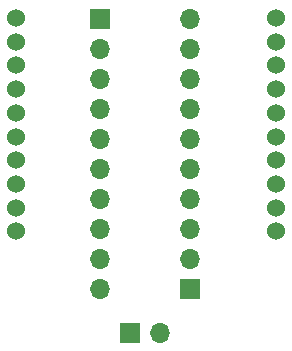
<source format=gbr>
G04 #@! TF.GenerationSoftware,KiCad,Pcbnew,(5.1.2)-2*
G04 #@! TF.CreationDate,2020-01-21T17:10:43+01:00*
G04 #@! TF.ProjectId,xbee-adapter,78626565-2d61-4646-9170-7465722e6b69,rev?*
G04 #@! TF.SameCoordinates,Original*
G04 #@! TF.FileFunction,Copper,L2,Bot*
G04 #@! TF.FilePolarity,Positive*
%FSLAX46Y46*%
G04 Gerber Fmt 4.6, Leading zero omitted, Abs format (unit mm)*
G04 Created by KiCad (PCBNEW (5.1.2)-2) date 2020-01-21 17:10:43*
%MOMM*%
%LPD*%
G04 APERTURE LIST*
%ADD10R,1.700000X1.700000*%
%ADD11O,1.700000X1.700000*%
%ADD12C,1.524000*%
G04 APERTURE END LIST*
D10*
X120726200Y-77698600D03*
D11*
X123266200Y-77698600D03*
D12*
X111109760Y-51066700D03*
X111109760Y-53073300D03*
X111109760Y-55079900D03*
X111109760Y-57086500D03*
X111109760Y-59093100D03*
X111109760Y-61099700D03*
X111109760Y-63106300D03*
X111109760Y-65112900D03*
X111109760Y-67119500D03*
X111109760Y-69126100D03*
X133106160Y-69126100D03*
X133106160Y-67119500D03*
X133106160Y-65112900D03*
X133106160Y-63106300D03*
X133106160Y-61099700D03*
X133106160Y-59093100D03*
X133106160Y-57086500D03*
X133106160Y-55079900D03*
X133106160Y-53073300D03*
X133106160Y-51066700D03*
D10*
X118196360Y-51145440D03*
D11*
X118196360Y-53685440D03*
X118196360Y-56225440D03*
X118196360Y-58765440D03*
X118196360Y-61305440D03*
X118196360Y-63845440D03*
X118196360Y-66385440D03*
X118196360Y-68925440D03*
X118196360Y-71465440D03*
X118196360Y-74005440D03*
X125821440Y-51120200D03*
X125821440Y-53660200D03*
X125821440Y-56200200D03*
X125821440Y-58740200D03*
X125821440Y-61280200D03*
X125821440Y-63820200D03*
X125821440Y-66360200D03*
X125821440Y-68900200D03*
X125821440Y-71440200D03*
D10*
X125821440Y-73980200D03*
M02*

</source>
